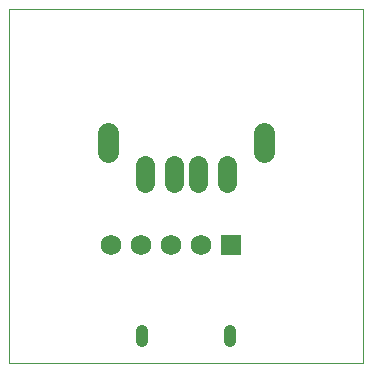
<source format=gbs>
G75*
%MOIN*%
%OFA0B0*%
%FSLAX25Y25*%
%IPPOS*%
%LPD*%
%AMOC8*
5,1,8,0,0,1.08239X$1,22.5*
%
%ADD10C,0.00000*%
%ADD11C,0.03943*%
%ADD12C,0.06306*%
%ADD13C,0.06857*%
%ADD14R,0.06900X0.06900*%
%ADD15C,0.06900*%
D10*
X0032280Y0051256D02*
X0032280Y0169366D01*
X0150390Y0169366D01*
X0150390Y0051256D01*
X0032280Y0051256D01*
D11*
X0076768Y0058539D02*
X0076768Y0062083D01*
X0105902Y0062083D02*
X0105902Y0058539D01*
D12*
X0105115Y0111295D02*
X0105115Y0117201D01*
X0095272Y0117201D02*
X0095272Y0111295D01*
X0087398Y0111295D02*
X0087398Y0117201D01*
X0077556Y0117201D02*
X0077556Y0111295D01*
D13*
X0065469Y0121650D02*
X0065469Y0128106D01*
X0117201Y0128106D02*
X0117201Y0121650D01*
D14*
X0106296Y0090626D03*
D15*
X0096296Y0090626D03*
X0086296Y0090626D03*
X0076296Y0090626D03*
X0066296Y0090626D03*
M02*

</source>
